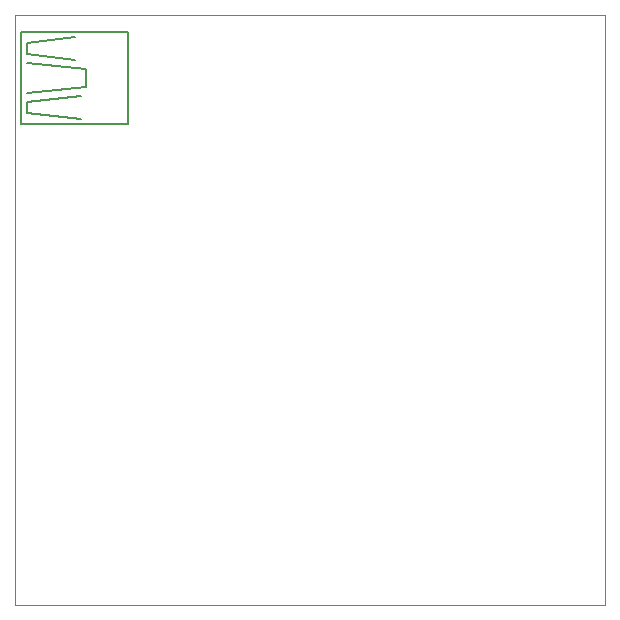
<source format=gbo>
G75*
%MOIN*%
%OFA0B0*%
%FSLAX25Y25*%
%IPPOS*%
%LPD*%
%AMOC8*
5,1,8,0,0,1.08239X$1,22.5*
%
%ADD10C,0.00000*%
%ADD11C,0.00500*%
D10*
X0001600Y0001600D02*
X0001600Y0198450D01*
X0198450Y0198450D01*
X0198450Y0001600D01*
X0001600Y0001600D01*
D11*
X0003836Y0161996D02*
X0039269Y0161996D01*
X0039269Y0192704D01*
X0003836Y0192704D01*
X0003836Y0161996D01*
X0005805Y0165539D02*
X0005805Y0169476D01*
X0023521Y0171444D01*
X0025490Y0174397D02*
X0005805Y0172429D01*
X0005805Y0165539D02*
X0023521Y0163570D01*
X0025490Y0174397D02*
X0025490Y0180303D01*
X0005805Y0182271D01*
X0005805Y0185224D02*
X0021553Y0183256D01*
X0021553Y0191130D02*
X0005805Y0189161D01*
X0005805Y0185224D01*
M02*

</source>
